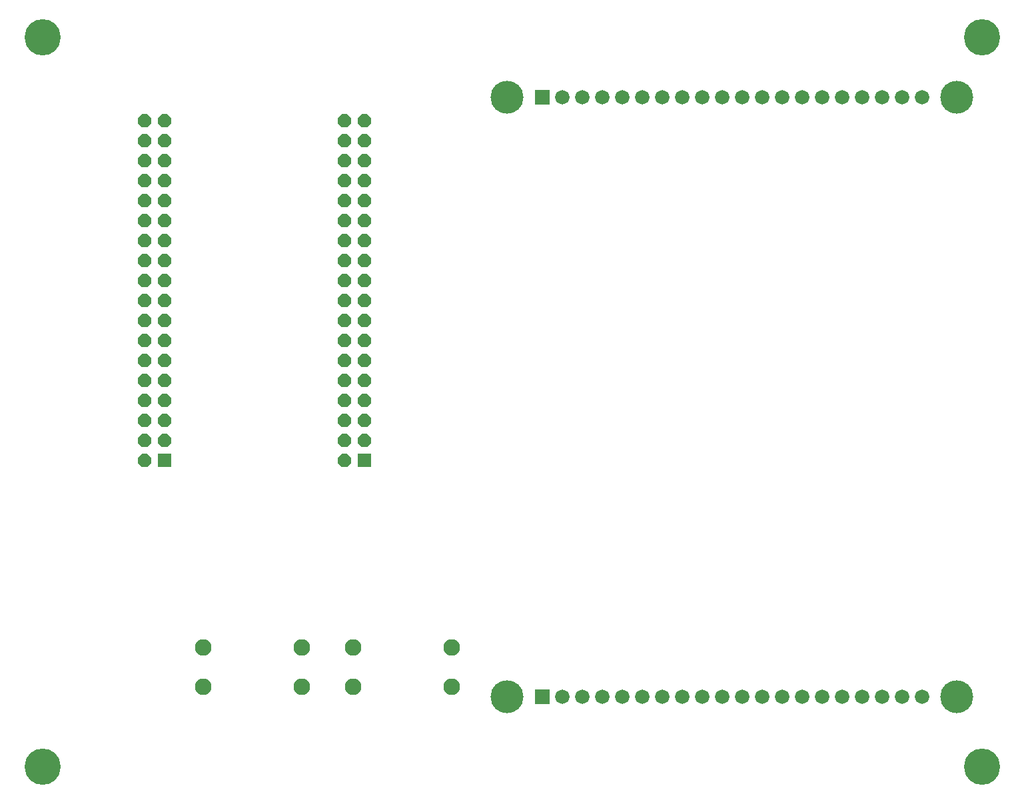
<source format=gbr>
G04 EAGLE Gerber RS-274X export*
G75*
%MOMM*%
%FSLAX34Y34*%
%LPD*%
%INSoldermask Bottom*%
%IPPOS*%
%AMOC8*
5,1,8,0,0,1.08239X$1,22.5*%
G01*
%ADD10R,1.676400X1.676400*%
%ADD11P,1.814519X8X112.500000*%
%ADD12R,1.828800X1.828800*%
%ADD13C,1.828800*%
%ADD14C,4.168400*%
%ADD15C,2.112400*%
%ADD16C,4.597400*%


D10*
X447300Y427400D03*
D11*
X421900Y427400D03*
X447300Y452800D03*
X421900Y452800D03*
X447300Y478200D03*
X421900Y478200D03*
X447300Y503600D03*
X421900Y503600D03*
X447300Y529000D03*
X421900Y529000D03*
X447300Y554400D03*
X421900Y554400D03*
X447300Y579800D03*
X421900Y579800D03*
X447300Y605200D03*
X421900Y605200D03*
X447300Y630600D03*
X421900Y630600D03*
X447300Y656000D03*
X421900Y656000D03*
X447300Y681400D03*
X421900Y681400D03*
X447300Y706800D03*
X421900Y706800D03*
X447300Y732200D03*
X421900Y732200D03*
X447300Y757600D03*
X421900Y757600D03*
X447300Y783000D03*
X421900Y783000D03*
X447300Y808400D03*
X421900Y808400D03*
X447300Y833800D03*
X421900Y833800D03*
X447300Y859200D03*
X421900Y859200D03*
D10*
X193300Y427400D03*
D11*
X167900Y427400D03*
X193300Y452800D03*
X167900Y452800D03*
X193300Y478200D03*
X167900Y478200D03*
X193300Y503600D03*
X167900Y503600D03*
X193300Y529000D03*
X167900Y529000D03*
X193300Y554400D03*
X167900Y554400D03*
X193300Y579800D03*
X167900Y579800D03*
X193300Y605200D03*
X167900Y605200D03*
X193300Y630600D03*
X167900Y630600D03*
X193300Y656000D03*
X167900Y656000D03*
X193300Y681400D03*
X167900Y681400D03*
X193300Y706800D03*
X167900Y706800D03*
X193300Y732200D03*
X167900Y732200D03*
X193300Y757600D03*
X167900Y757600D03*
X193300Y783000D03*
X167900Y783000D03*
X193300Y808400D03*
X167900Y808400D03*
X193300Y833800D03*
X167900Y833800D03*
X193300Y859200D03*
X167900Y859200D03*
D12*
X673100Y889000D03*
D13*
X698500Y889000D03*
X723900Y889000D03*
X749300Y889000D03*
X774700Y889000D03*
X800100Y889000D03*
X825500Y889000D03*
X850900Y889000D03*
X876300Y889000D03*
X901700Y889000D03*
X927100Y889000D03*
X952500Y889000D03*
X977900Y889000D03*
X1003300Y889000D03*
X1028700Y889000D03*
X1054100Y889000D03*
X1079500Y889000D03*
X1104900Y889000D03*
X1130300Y889000D03*
X1155700Y889000D03*
D12*
X673100Y127000D03*
D13*
X698500Y127000D03*
X723900Y127000D03*
X749300Y127000D03*
X774700Y127000D03*
X800100Y127000D03*
X825500Y127000D03*
X850900Y127000D03*
X876300Y127000D03*
X901700Y127000D03*
X927100Y127000D03*
X952500Y127000D03*
X977900Y127000D03*
X1003300Y127000D03*
X1028700Y127000D03*
X1054100Y127000D03*
X1079500Y127000D03*
X1104900Y127000D03*
X1130300Y127000D03*
X1155700Y127000D03*
D14*
X628650Y127000D03*
X1200150Y127000D03*
X628650Y889000D03*
X1200150Y889000D03*
D15*
X557800Y190100D03*
X557800Y140100D03*
X432800Y140100D03*
X432800Y190100D03*
X367300Y190100D03*
X367300Y140100D03*
X242300Y140100D03*
X242300Y190100D03*
D16*
X38100Y38100D03*
X38100Y965200D03*
X1231900Y965200D03*
X1231900Y38100D03*
M02*

</source>
